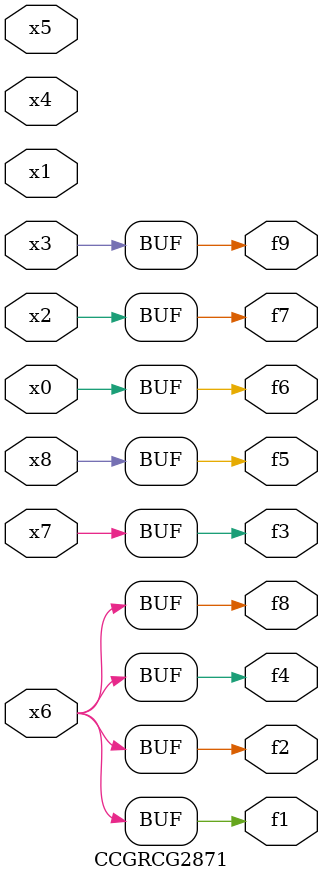
<source format=v>
module CCGRCG2871(
	input x0, x1, x2, x3, x4, x5, x6, x7, x8,
	output f1, f2, f3, f4, f5, f6, f7, f8, f9
);
	assign f1 = x6;
	assign f2 = x6;
	assign f3 = x7;
	assign f4 = x6;
	assign f5 = x8;
	assign f6 = x0;
	assign f7 = x2;
	assign f8 = x6;
	assign f9 = x3;
endmodule

</source>
